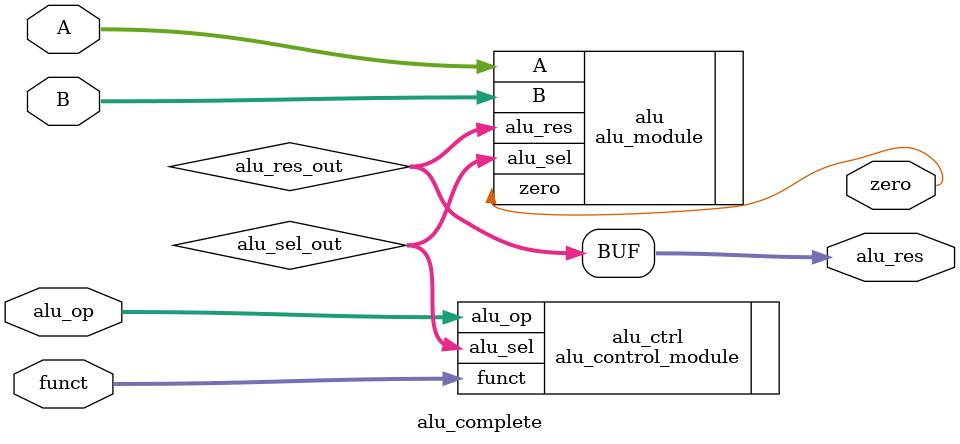
<source format=v>
`timescale 1ns / 1ps
module alu_complete(
    input [31:0] A,
    input [31:0] B,
    input [5:0] funct,
    input [1:0] alu_op,
    output [31:0] alu_res,
    output zero
    );
	 // Instantiate instruction memory, ALU, and PC
	wire [3:0] alu_sel_out;
	wire [31:0] alu_res_out;
	// Wire up ALU so that it gets A, B, alu_sel inputs, and outputs alu_res and zero
	alu_module alu (
		.A(A), 
		.B(B), 
		.alu_sel(alu_sel_out), 
		.zero(zero), 
		.alu_res(alu_res_out)
	);
	// Wire up control module to take funct and ALU inputs and output alu_sel to ALU
	alu_control_module alu_ctrl (
	 .funct(funct),
    .alu_op(alu_op),
    .alu_sel(alu_sel_out)
	);
	// Assign outputs
	
	assign alu_res = alu_res_out;
	

endmodule

</source>
